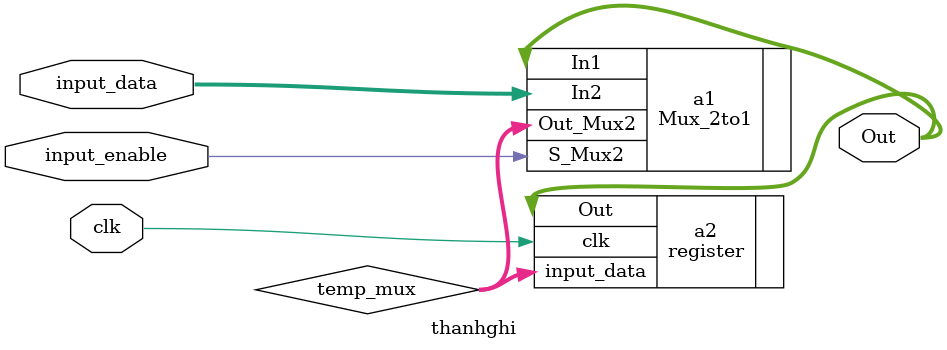
<source format=sv>
module thanhghi(clk,input_data,input_enable,Out);
parameter n=8;
input clk,input_enable;
input [n-1:0]input_data;
output reg[n-1:0]Out;
wire [n-1:0]temp_mux;

 Mux_2to1 a1(.S_Mux2(input_enable), .In1(Out), .In2(input_data), .Out_Mux2(temp_mux));
 register a2 (.clk(clk),.input_data(temp_mux),.Out(Out));

 endmodule
</source>
